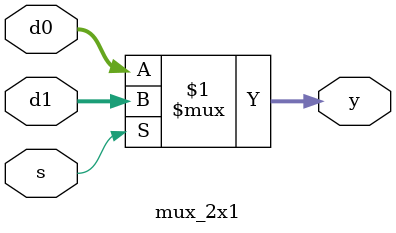
<source format=v>
`timescale 1ns / 1ps

module mux_2x1 # (
  parameter WIDTH = 32
)(
  input  [WIDTH - 1 : 0] d0,
  input  [WIDTH - 1 : 0] d1,
  input                  s,
  
  output [WIDTH - 1 : 0] y
);

  assign y = (s) ? d1 : d0;

endmodule

</source>
